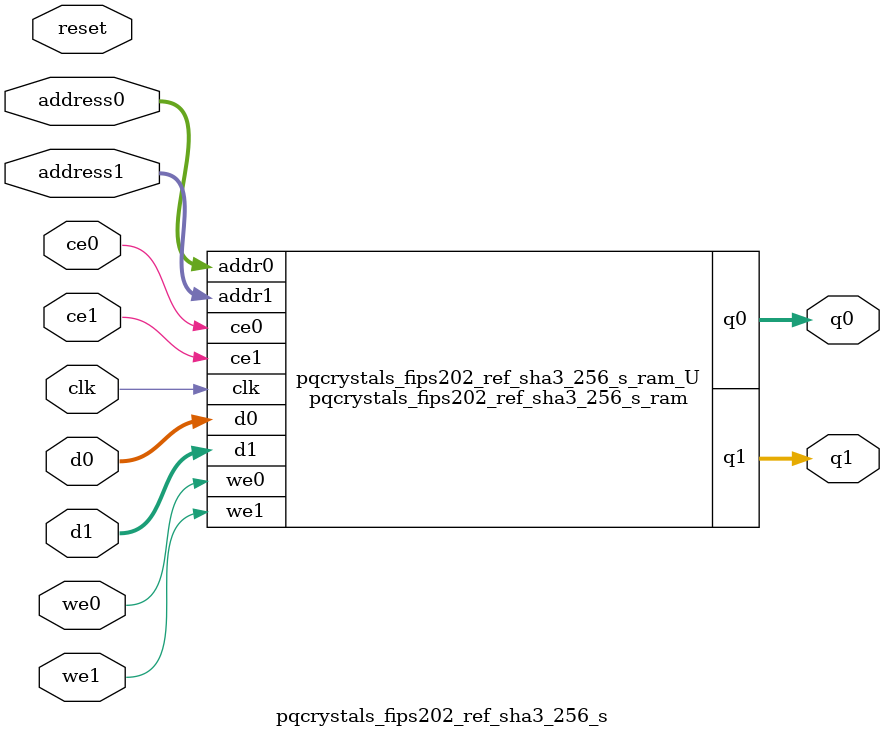
<source format=v>
`timescale 1 ns / 1 ps
module pqcrystals_fips202_ref_sha3_256_s_ram (addr0, ce0, d0, we0, q0, addr1, ce1, d1, we1, q1,  clk);

parameter DWIDTH = 64;
parameter AWIDTH = 5;
parameter MEM_SIZE = 25;

input[AWIDTH-1:0] addr0;
input ce0;
input[DWIDTH-1:0] d0;
input we0;
output reg[DWIDTH-1:0] q0;
input[AWIDTH-1:0] addr1;
input ce1;
input[DWIDTH-1:0] d1;
input we1;
output reg[DWIDTH-1:0] q1;
input clk;

(* ram_style = "block" *)reg [DWIDTH-1:0] ram[0:MEM_SIZE-1];




always @(posedge clk)  
begin 
    if (ce0) 
    begin
        if (we0) 
        begin 
            ram[addr0] <= d0; 
        end 
        q0 <= ram[addr0];
    end
end


always @(posedge clk)  
begin 
    if (ce1) 
    begin
        if (we1) 
        begin 
            ram[addr1] <= d1; 
        end 
        q1 <= ram[addr1];
    end
end


endmodule

`timescale 1 ns / 1 ps
module pqcrystals_fips202_ref_sha3_256_s(
    reset,
    clk,
    address0,
    ce0,
    we0,
    d0,
    q0,
    address1,
    ce1,
    we1,
    d1,
    q1);

parameter DataWidth = 32'd64;
parameter AddressRange = 32'd25;
parameter AddressWidth = 32'd5;
input reset;
input clk;
input[AddressWidth - 1:0] address0;
input ce0;
input we0;
input[DataWidth - 1:0] d0;
output[DataWidth - 1:0] q0;
input[AddressWidth - 1:0] address1;
input ce1;
input we1;
input[DataWidth - 1:0] d1;
output[DataWidth - 1:0] q1;



pqcrystals_fips202_ref_sha3_256_s_ram pqcrystals_fips202_ref_sha3_256_s_ram_U(
    .clk( clk ),
    .addr0( address0 ),
    .ce0( ce0 ),
    .we0( we0 ),
    .d0( d0 ),
    .q0( q0 ),
    .addr1( address1 ),
    .ce1( ce1 ),
    .we1( we1 ),
    .d1( d1 ),
    .q1( q1 ));

endmodule


</source>
